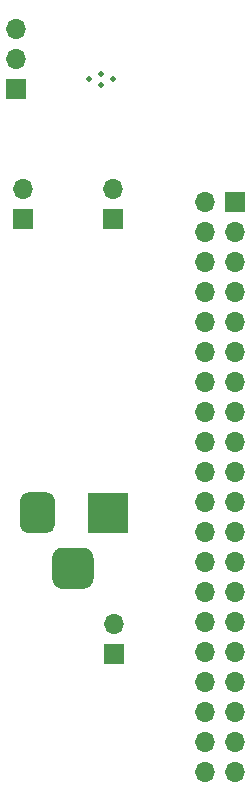
<source format=gbs>
G04 #@! TF.GenerationSoftware,KiCad,Pcbnew,(5.1.6-0-10_14)*
G04 #@! TF.CreationDate,2021-08-31T11:45:36+09:00*
G04 #@! TF.ProjectId,qPCR-panel_v_20210831,71504352-2d70-4616-9e65-6c5f765f3230,rev?*
G04 #@! TF.SameCoordinates,Original*
G04 #@! TF.FileFunction,Soldermask,Bot*
G04 #@! TF.FilePolarity,Negative*
%FSLAX46Y46*%
G04 Gerber Fmt 4.6, Leading zero omitted, Abs format (unit mm)*
G04 Created by KiCad (PCBNEW (5.1.6-0-10_14)) date 2021-08-31 11:45:36*
%MOMM*%
%LPD*%
G01*
G04 APERTURE LIST*
%ADD10O,1.700000X1.700000*%
%ADD11R,1.700000X1.700000*%
%ADD12R,3.500000X3.500000*%
%ADD13C,0.499999*%
G04 APERTURE END LIST*
D10*
X118710000Y-141440000D03*
X121250000Y-141440000D03*
X118710000Y-138900000D03*
X121250000Y-138900000D03*
X118710000Y-136360000D03*
X121250000Y-136360000D03*
X118710000Y-133820000D03*
X121250000Y-133820000D03*
X118710000Y-131280000D03*
X121250000Y-131280000D03*
X118710000Y-128740000D03*
X121250000Y-128740000D03*
X118710000Y-126200000D03*
X121250000Y-126200000D03*
X118710000Y-123660000D03*
X121250000Y-123660000D03*
X118710000Y-121120000D03*
X121250000Y-121120000D03*
X118710000Y-118580000D03*
X121250000Y-118580000D03*
X118710000Y-116040000D03*
X121250000Y-116040000D03*
X118710000Y-113500000D03*
X121250000Y-113500000D03*
X118710000Y-110960000D03*
X121250000Y-110960000D03*
X118710000Y-108420000D03*
X121250000Y-108420000D03*
X118710000Y-105880000D03*
X121250000Y-105880000D03*
X118710000Y-103340000D03*
X121250000Y-103340000D03*
X118710000Y-100800000D03*
X121250000Y-100800000D03*
X118710000Y-98260000D03*
X121250000Y-98260000D03*
X118710000Y-95720000D03*
X121250000Y-95720000D03*
X118710000Y-93180000D03*
D11*
X121250000Y-93180000D03*
G36*
G01*
X105750000Y-125075000D02*
X105750000Y-123325000D01*
G75*
G02*
X106625000Y-122450000I875000J0D01*
G01*
X108375000Y-122450000D01*
G75*
G02*
X109250000Y-123325000I0J-875000D01*
G01*
X109250000Y-125075000D01*
G75*
G02*
X108375000Y-125950000I-875000J0D01*
G01*
X106625000Y-125950000D01*
G75*
G02*
X105750000Y-125075000I0J875000D01*
G01*
G37*
G36*
G01*
X103000000Y-120500000D02*
X103000000Y-118500000D01*
G75*
G02*
X103750000Y-117750000I750000J0D01*
G01*
X105250000Y-117750000D01*
G75*
G02*
X106000000Y-118500000I0J-750000D01*
G01*
X106000000Y-120500000D01*
G75*
G02*
X105250000Y-121250000I-750000J0D01*
G01*
X103750000Y-121250000D01*
G75*
G02*
X103000000Y-120500000I0J750000D01*
G01*
G37*
D12*
X110500000Y-119500000D03*
D11*
X111000000Y-131500000D03*
D10*
X111000000Y-128960000D03*
D11*
X103280000Y-94670000D03*
D10*
X103280000Y-92130000D03*
D11*
X110900000Y-94670000D03*
D10*
X110900000Y-92130000D03*
X102690000Y-78555000D03*
X102690000Y-81095000D03*
D11*
X102690000Y-83635000D03*
D13*
X109910000Y-83314999D03*
X110910001Y-82815000D03*
X109910000Y-82315001D03*
X108909999Y-82815000D03*
M02*

</source>
